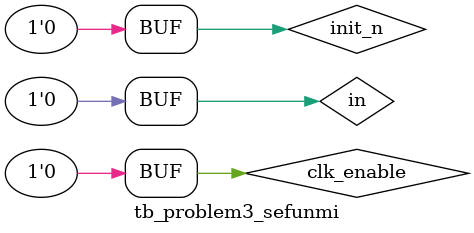
<source format=v>
`timescale 1ns/100ps

module tb_problem3_sefunmi();
   reg        clk_enable;	// Locally-created clock enable signal
   reg        init_n, in;	// Locally-created counter enable signal
   wire       clk_out, out;		// Clock produced by the clk module
   wire[3:0]  state;	


// Instantiate the clock generator with a period of 100 ns
   clk #(20) clk1(clk_enable, clk_out);

// Intantiate two versions of the counter. ctr1 uses the default values.
   problem3_sefunmi DUT(clk_out, init_n, in, out, state);

// Sequence the ENABLE and CLR signals
   initial begin
      clk_enable = 1;
      init_n = 0;
      in = 0;
      #20  in = 0;
      init_n = 1;
      #20  in = 0;
      #20  in = 1;
      #20  in = 0;
      #20  in = 0;
      #20  in = 1;
      #20  in = 0;
      #20  in = 0;
      #20  in = 0;
      #20  in = 0;
      #20  in = 1;
      #20  in = 0;
      #20  in = 0;
      #20  in = 1;
      #20  in = 0;
      #20  in = 0;
      #20  in = 1;
      #20  in = 0;
      #20  in = 0;
      init_n = 0;
      in = 0;
      clk_enable = 0;
   end
endmodule

</source>
